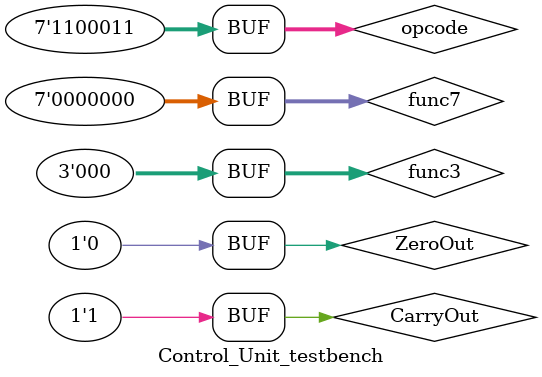
<source format=v>
`timescale 1ns / 1ps


module Control_Unit_testbench;
reg [6:0] opcode;
reg[2:0] func3;
reg [6:0]func7;
reg ZeroOut;
reg CarryOut;
wire PCSrc, MemWrite, ALUSrc, RegWrite;
wire ResultSrc;
wire [3:0] ALUControl;
wire [1:0] ImmSrc;
wire [2:0] instruction_type;

Control_Unit uut(.opcode(opcode) , .func3(func3) , .func7(func7),.ZeroOut(ZeroOut),.CarryOut(CarryOut),
                .PCSrc(PCSrc), .ResultSrc(ResultSrc), .MemWrite(MemWrite), .ALUSrc(ALUSrc), .RegWrite(RegWrite),
					.ALUControl(ALUControl),
					.ImmSrc(ImmSrc),
					.instruction_type(instruction_type));		
					
initial begin

opcode = 7'b1100011;
func3 =  3'b000;
func7 =  7'b0000000;
ZeroOut = 0;
CarryOut = 1;

end

					
					
endmodule

</source>
